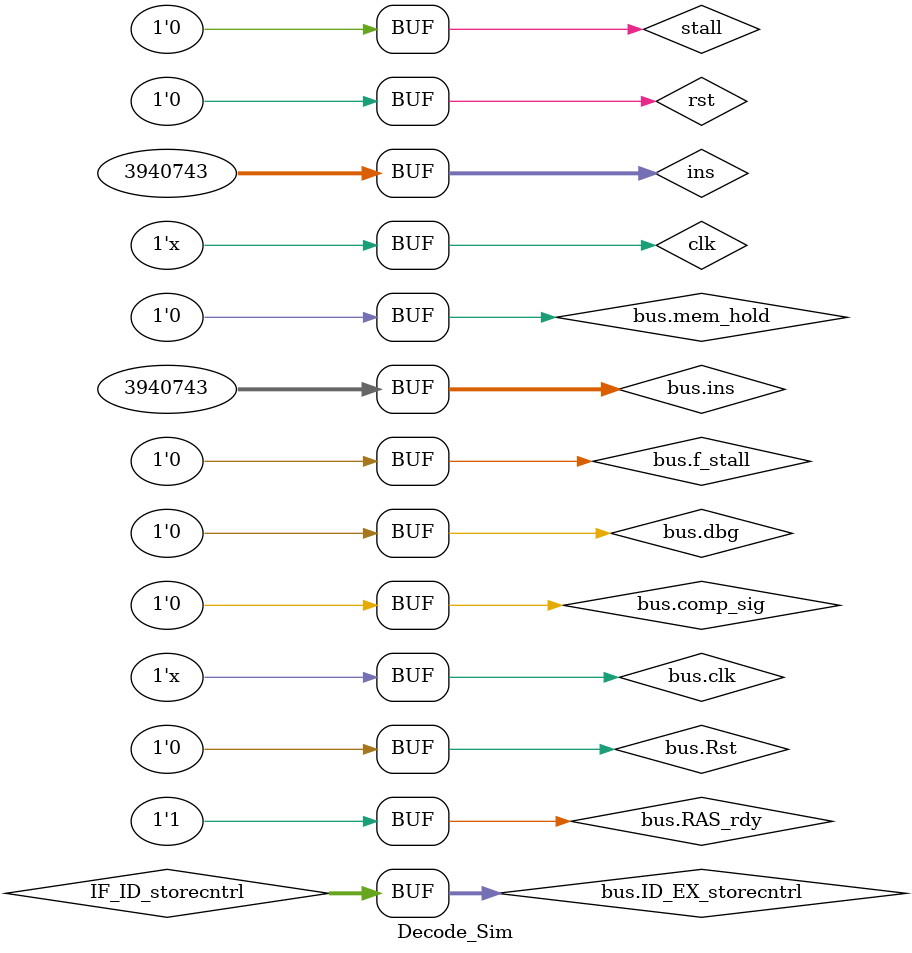
<source format=sv>
`timescale 1ns / 1ps

interface main_bus ();
    logic clk, Rst, debug, dbg, prog, mem_hold, uart_IRQ, RAS_rdy;//rx, //addr_dn, addr_up,
    logic[4:0] debug_input;
    logic         PC_En;
    logic         hz;
    logic         branch;
    logic  [31:0]  branoff;
    logic  [31:0]  ID_EX_pres_addr;
    logic  [31:0] ins;
    logic  [4:0]  ID_EX_rd;
    logic         ID_EX_memread,ID_EX_regwrite;
    logic  [4:0]  EX_MEM_rd,MEM_WB_rd,WB_ID_rd;
    logic  [4:0]  ID_EX_rs1,ID_EX_rs2,ID_EX_rs3;
    logic  [31:0] ID_EX_dout_rs1,ID_EX_dout_rs2,ID_EX_dout_rs3,EX_MEM_dout_rs2;
    logic  [31:0] IF_ID_dout_rs1,IF_ID_dout_rs2,IF_ID_dout_rs3;
    logic  [31:0]  IF_ID_pres_addr;
    logic         IF_ID_jalr;
    logic         ID_EX_jal,ID_EX_jalr;
    logic         ID_EX_compare;
    logic  [31:0] EX_MEM_alures,MEM_WB_alures,MEM_WB_memres;
    logic         EX_MEM_comp_res;

    logic [31:0] EX_MEM_pres_addr;
    logic [31:0] MEM_WB_pres_addr;

    logic  [4:0]  EX_MEM_rs1, EX_MEM_rs2;

    logic  [2:0]  ID_EX_alusel,ID_EX_frm,EX_MEM_frm;
    logic  [4:0]  ID_EX_fpusel;
    logic  [4:0]  ID_EX_loadcntrl;
    logic  [2:0]  ID_EX_storecntrl;
    logic  [3:0]  ID_EX_cmpcntrl;
    logic  [4:0]  EX_MEM_loadcntrl;
    logic  [2:0]  EX_MEM_storecntrl;
    logic         ID_EX_alusrc,IF_ID_fpusrc,ID_EX_fpusrc,EX_MEM_fpusrc,MEM_WB_fpusrc,WB_ID_fpusrc;
    logic         EX_MEM_memread,MEM_WB_memread;
    logic         ID_EX_memwrite,EX_MEM_memwrite;
    logic         EX_MEM_regwrite,MEM_WB_regwrite,WB_ID_regwrite;
    logic         ID_EX_lui;
    logic         ID_EX_auipc;
    logic  [31:0] ID_EX_imm;
    logic  [31:0] WB_res,WB_ID_res;
    logic  [4:0]  adr_rs1;//used for debug option
    logic  [4:0]  IF_ID_rs1,IF_ID_rs2,IF_ID_rs3, IF_ID_rd;
    logic         ID_EX_lb,ID_EX_lh,ID_EX_lw,ID_EX_lbu,ID_EX_lhu,ID_EX_sb,ID_EX_sh,ID_EX_sw;
    logic         EX_MEM_lb,EX_MEM_lh,EX_MEM_lw,EX_MEM_lbu,EX_MEM_lhu,EX_MEM_sb,EX_MEM_sh,EX_MEM_sw;
    logic         f_stall; //used for stall the pipe for floating point calculation.
//    logic dbg;
    logic [31:0] uart_dout;
    logic memcon_prog_ena;

    logic IF_ID_jal;

    logic mmio_wea;
    logic [31:0] mmio_dat;
    logic mmio_read;

    logic [31:0] DD_out;

    logic [31:0] mem_din, mem_dout;
    logic [31:0] mem_addr;
    logic [3:0] mem_en;
    logic mem_wea;
    logic mem_rea;

    logic comp_sig;
    logic ID_EX_comp_sig;


    logic [31:0] imem_dout;
    logic imem_en;
    logic [31:0] imem_addr;

    //CSR signals
    logic [11:0] IF_ID_CSR_addr, ID_EX_CSR_addr;
    logic [31:0] IF_ID_CSR, ID_EX_CSR;
    logic [31:0] EX_CSR_res;
    logic [31:0] EX_MEM_CSR, MEM_WB_CSR;
    logic [11:0] EX_CSR_addr;
    logic ID_EX_CSR_write;
    logic EX_CSR_write;
    logic MEM_WB_CSR_write;
    logic ID_EX_CSR_read, EX_MEM_CSR_read, MEM_WB_CSR_read;

    logic [2:0] csrsel;

    logic trap, ecall;
    logic [31:0] mtvec, mepc;

    logic trapping, trigger_trap, trap_ret, trigger_trap_ret;

    logic [31:0] next_addr;


    assign trap = ecall;
	always_ff @(posedge clk) begin
		if (Rst) begin
			trapping <= 0;
			trigger_trap <= 0;
			trigger_trap_ret <= 0;
		end else begin
			if (trap & (~trapping)) begin
				trapping <= 1;
				trigger_trap <= 1;
			end else trigger_trap <= 0;

			if (trap_ret & (trapping)) begin
				trapping <= 0;
				trigger_trap_ret <= 1;
			end else trigger_trap_ret <= 0;
		end
	end



    //photon_core signals
    logic [31:0] photon_ins, photon_data_out;
    logic photon_busy, photon_regwrite;
    logic [4:0] adr_photon_rs1, addr_corereg_photon;

    //modport declarations. These ensure each pipeline stage only sees and has access to the
    //ports and signals that it needs

 /*   //modport for register file
    modport regfile(
        input clk, adr_rs1, adr_photon_rs1, IF_ID_rs1,IF_ID_rs2, IF_ID_rs3, MEM_WB_rd, addr_corereg_photon, Rst,f_stall,
        input WB_res, MEM_WB_regwrite, mem_hold, photon_data_out, photon_regwrite,IF_ID_fpusrc,MEM_WB_fpusrc,
		output IF_ID_dout_rs1, IF_ID_dout_rs2, IF_ID_dout_rs3 
    );

*/



    //modport for decode stage
    modport decode(            
        input clk, Rst, dbg, ins, IF_ID_pres_addr, MEM_WB_rd, WB_res, mem_hold, comp_sig,f_stall,
        input EX_MEM_memread, EX_MEM_regwrite, MEM_WB_regwrite, EX_MEM_alures,
        input EX_MEM_rd, IF_ID_dout_rs1, IF_ID_dout_rs2, IF_ID_dout_rs3,
        input IF_ID_CSR, trap, trigger_trap, RAS_rdy,
        output ID_EX_memread, ID_EX_regwrite,IF_ID_fpusrc,
        output ID_EX_pres_addr, IF_ID_jalr, ID_EX_jalr, branch, IF_ID_jal,
        output IF_ID_rs1, IF_ID_rs2,IF_ID_rs3, IF_ID_rd,
        output ID_EX_dout_rs1, ID_EX_dout_rs2, branoff, hz,
        output ID_EX_rs1, ID_EX_rs2,ID_EX_rs3,ID_EX_rd, ID_EX_alusel,ID_EX_fpusel,ID_EX_frm,
        output ID_EX_storecntrl, ID_EX_loadcntrl, ID_EX_cmpcntrl,
        output ID_EX_auipc, ID_EX_lui, ID_EX_alusrc, ID_EX_fpusrc,
        output ID_EX_memwrite, ID_EX_imm, ID_EX_compare, ID_EX_jal, 
        output IF_ID_CSR_addr, ID_EX_CSR_addr, ID_EX_CSR, ID_EX_CSR_write, csrsel, ID_EX_CSR_read, ecall, ID_EX_comp_sig, 
        output trap_ret
    );



endinterface


    




/*
FPU fut(.a(bus.ID_EX_dout_rs1),
        .b(bus.ID_EX_dout_rs2),
        .c(bus.ID_EX_dout_rs3),
        .rm(frm),
        .fpusel_s(bus.ID_EX_fpusel),
        .fpusel_d(bus.ID_EX_fpusel),
        .g_clk(bus.clk),
        .fp_clk(bus.clk),
        .g_rst(bus.Rst),
        .res(fpures),
        .stall(f_stall)
        ); 
 */








module Decode_Sim();

main_bus bus();

logic ID_EX_memread_sig, ID_EX_regwrite_sig;

//fluhed instruction detector
logic flush;

//logic debug;
logic ins_zero;
logic flush_sig;

//logic jal,jalr;
logic [1:0] funct2;
logic [2:0]funct3;
logic [3:0] funct4;
logic [5:0] funct6;
logic [6:0]funct7;
logic [11:0] funct12;

logic IF_ID_jal, IF_ID_compare;
logic jal, compare, jalr_sig;
logic IF_ID_jalr_sig;


//register file
logic [4:0]IF_ID_rd;
logic [31:0]dout_rs1,dout_rs2,dout_rs3,ins;

//control
logic [2:0]IF_ID_alusel, alusel;
logic IF_ID_memwrite,IF_ID_memread,IF_ID_regwrite,IF_ID_alusrc;
logic memwrite, memread, regwrite, alusrc;
logic fmemwrite, fmemread, fregwrite, fpusrc;
logic [2:0]IF_ID_storecntrl;
logic [4:0]IF_ID_loadcntrl;

logic [4:0] IF_ID_rs3,IF_ID_rs2 ,IF_ID_rs1;

//imm gen
logic [31:0]imm;
logic hz_sig;
logic branch_taken_sig;



logic trap_ret;

Decode u2(bus.decode);

logic clk, rst,stall;
logic [31:0] res;
logic [4:0] fpusel;
logic [2:0] frm;

always_comb begin
 bus.clk = clk;
 bus.Rst = rst;
 fpusrc= bus.ID_EX_fpusrc;
 frm= bus.ID_EX_frm;
 ins = bus.ins;
 fpusel = bus.ID_EX_fpusel;
 stall = bus.f_stall;
IF_ID_rs3 = bus.IF_ID_rs3;
IF_ID_rs2 = bus.IF_ID_rs2;
IF_ID_rs1 = bus.IF_ID_rs1;
imm = bus.ID_EX_imm;
IF_ID_loadcntrl = bus.ID_EX_loadcntrl;
IF_ID_storecntrl = bus.ID_EX_storecntrl;
end;
/*
   Control_fp u8(
       .opcode(bus.ins[6:0]),
       .funct3(funct3),
       .funct7(funct7),
       .ins_zero(ins_zero),
       .flush(flush),
       .hazard(hz_sig),
       .rs2(bus.ins[24:20]),
       .rd(bus.ins[11:7]), 
       .fpusel_s(IF_ID_fpusel),
       .memwrite(fmemwrite),
       .memread(fmemread),
       .regwrite(fregwrite),
       .fpusrc(IF_ID_fpusrc),
       .storecntrl(fstorecntrl),
       .loadcntrl(floadcntrl),
       .rm(IF_ID_frm)
    );

*/


always begin
    #3 clk = !clk;  
 end


 initial begin
    rst = 1;
    clk = 1;
    bus.dbg = 0;
    bus.mem_hold =0;
    bus.comp_sig = 0;
    bus.RAS_rdy = 1;
    bus.f_stall =0;
    #15;
    rst = 0;
    #15;

    bus.ins  = 32'h001001D3; // fadd with rd = 0x03 rs1 =0x00 rs2 = 0x01 rm =000
    #15;
    bus.ins  = 32'h28501353; // fmax with rd = 0x06 rs1 =0x00 rs2 = 0x05
    #15;
    bus.ins  = 32'hD0032053; // fcvts.w with rd = 0x00 rs1 =0x06 rm =010
    #15;
    bus.ins  = 32'h003C2187; //fload with rd = 0x03 rs1 = 0x18 imm = 0x003
    #30;
	

end;



endmodule

</source>
